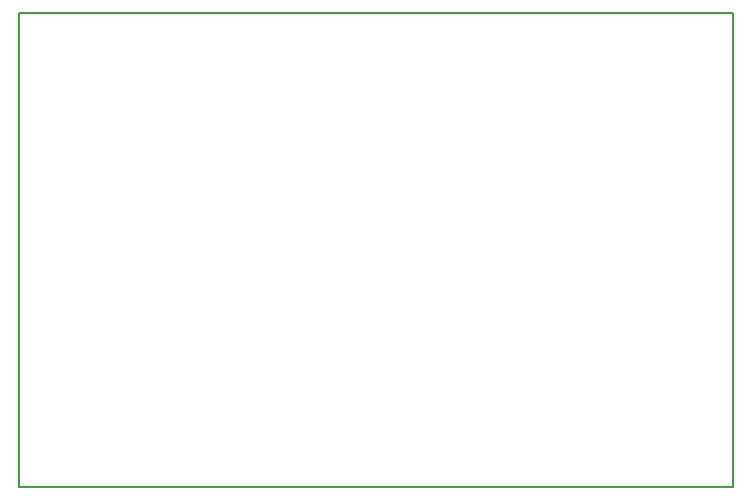
<source format=gbr>
%TF.GenerationSoftware,KiCad,Pcbnew,6.0.11+dfsg-1~bpo11+1*%
%TF.CreationDate,2023-04-12T15:22:02+00:00*%
%TF.ProjectId,PCRD04B,50435244-3034-4422-9e6b-696361645f70,REV*%
%TF.SameCoordinates,Original*%
%TF.FileFunction,Profile,NP*%
%FSLAX46Y46*%
G04 Gerber Fmt 4.6, Leading zero omitted, Abs format (unit mm)*
G04 Created by KiCad (PCBNEW 6.0.11+dfsg-1~bpo11+1) date 2023-04-12 15:22:02*
%MOMM*%
%LPD*%
G01*
G04 APERTURE LIST*
%TA.AperFunction,Profile*%
%ADD10C,0.200000*%
%TD*%
G04 APERTURE END LIST*
D10*
X109755322Y-72921139D02*
X170207322Y-72921139D01*
X170207322Y-113053139D02*
X170207322Y-72921139D01*
X109755322Y-113053139D02*
X170207322Y-113053139D01*
X109755322Y-113053139D02*
X109755322Y-72921139D01*
M02*

</source>
